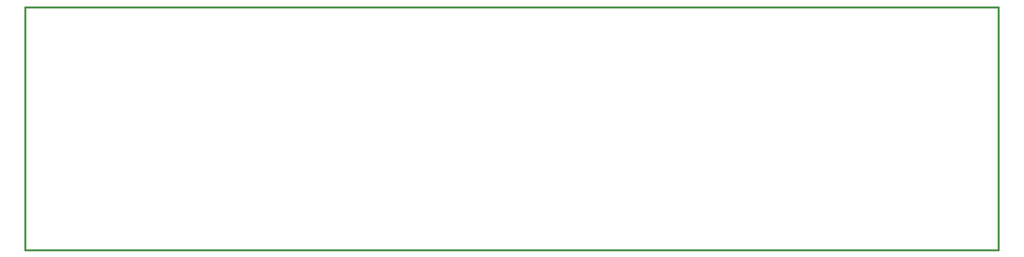
<source format=gbr>
G04 (created by PCBNEW (2013-jul-07)-stable) date Thu 13 Aug 2015 05:15:58 PM PDT*
%MOIN*%
G04 Gerber Fmt 3.4, Leading zero omitted, Abs format*
%FSLAX34Y34*%
G01*
G70*
G90*
G04 APERTURE LIST*
%ADD10C,0.00393701*%
%ADD11C,0.015*%
G04 APERTURE END LIST*
G54D10*
G54D11*
X98120Y-43850D02*
X98120Y-23850D01*
X18120Y-43850D02*
X98120Y-43850D01*
X18120Y-23850D02*
X98120Y-23850D01*
X18120Y-43850D02*
X18120Y-23850D01*
M02*

</source>
